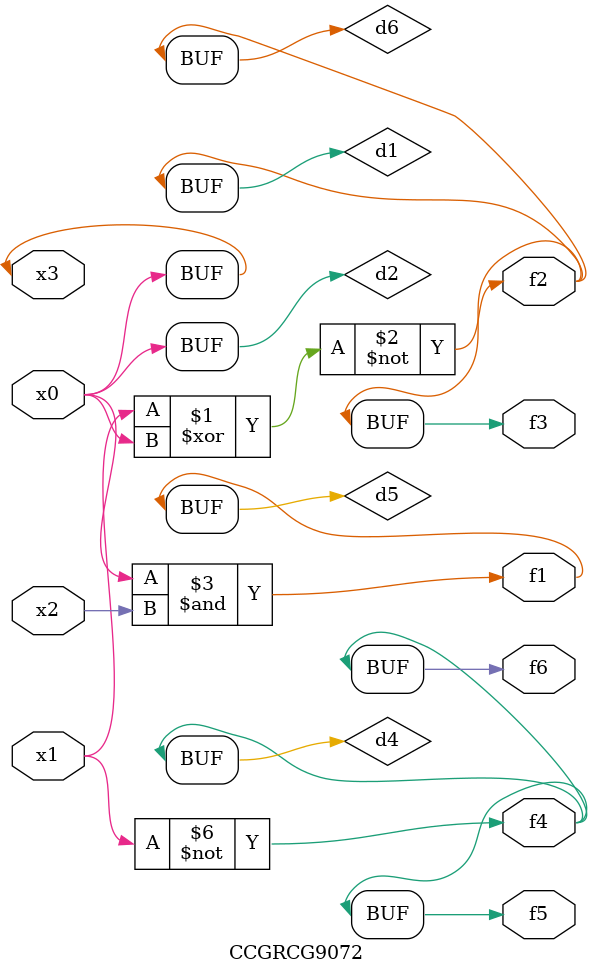
<source format=v>
module CCGRCG9072(
	input x0, x1, x2, x3,
	output f1, f2, f3, f4, f5, f6
);

	wire d1, d2, d3, d4, d5, d6;

	xnor (d1, x1, x3);
	buf (d2, x0, x3);
	nand (d3, x0, x2);
	not (d4, x1);
	nand (d5, d3);
	or (d6, d1);
	assign f1 = d5;
	assign f2 = d6;
	assign f3 = d6;
	assign f4 = d4;
	assign f5 = d4;
	assign f6 = d4;
endmodule

</source>
